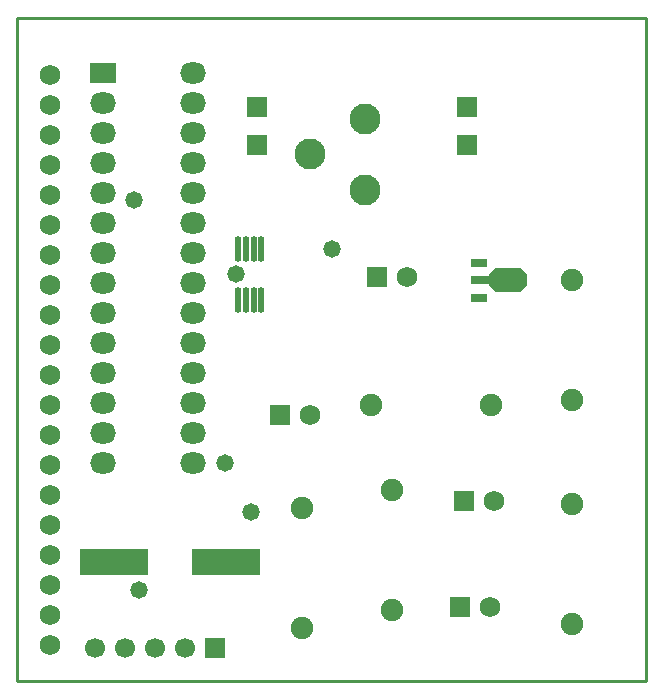
<source format=gts>
G04 Layer_Color=20142*
%FSLAX25Y25*%
%MOIN*%
G70*
G01*
G75*
%ADD16C,0.01000*%
%ADD21C,0.06693*%
%ADD30R,0.06706X0.06706*%
%ADD31O,0.02300X0.08674*%
%ADD32R,0.22847X0.09068*%
G04:AMPARAMS|DCode=33|XSize=78.87mil|YSize=126.11mil|CornerRadius=0mil|HoleSize=0mil|Usage=FLASHONLY|Rotation=90.000|XOffset=0mil|YOffset=0mil|HoleType=Round|Shape=Octagon|*
%AMOCTAGOND33*
4,1,8,-0.06306,-0.01972,-0.06306,0.01972,-0.04334,0.03943,0.04334,0.03943,0.06306,0.01972,0.06306,-0.01972,0.04334,-0.03943,-0.04334,-0.03943,-0.06306,-0.01972,0.0*
%
%ADD33OCTAGOND33*%

%ADD34R,0.05524X0.02769*%
%ADD35R,0.07099X0.02769*%
%ADD36C,0.10300*%
%ADD37O,0.08674X0.07099*%
%ADD38R,0.08674X0.07099*%
%ADD39C,0.07493*%
%ADD40R,0.06800X0.06800*%
%ADD41C,0.06800*%
%ADD42R,0.06693X0.06693*%
%ADD43C,0.05800*%
D16*
X100000Y100000D02*
Y321000D01*
Y100000D02*
X309500D01*
Y321000D01*
X100000D02*
X309500D01*
D21*
X156000Y111000D02*
D03*
X146000D02*
D03*
X136000D02*
D03*
X126000D02*
D03*
D30*
X180000Y291299D02*
D03*
Y278700D02*
D03*
X250000Y291299D02*
D03*
Y278700D02*
D03*
D31*
X181339Y243965D02*
D03*
X178780D02*
D03*
X176220D02*
D03*
X173661D02*
D03*
X181339Y227035D02*
D03*
X178780D02*
D03*
X176220D02*
D03*
X173661D02*
D03*
D32*
X169701Y139500D02*
D03*
X132299D02*
D03*
D33*
X263650Y233500D02*
D03*
D34*
X253807Y227594D02*
D03*
Y239406D02*
D03*
D35*
X254594Y233500D02*
D03*
D36*
X216000Y263689D02*
D03*
Y287311D02*
D03*
X197496Y275500D02*
D03*
D37*
X158500Y172500D02*
D03*
Y182500D02*
D03*
Y192500D02*
D03*
Y202500D02*
D03*
Y212500D02*
D03*
Y222500D02*
D03*
Y232500D02*
D03*
Y242500D02*
D03*
Y252500D02*
D03*
Y262500D02*
D03*
Y272500D02*
D03*
Y282500D02*
D03*
Y292500D02*
D03*
Y302500D02*
D03*
X128500Y172500D02*
D03*
Y182500D02*
D03*
Y192500D02*
D03*
Y202500D02*
D03*
Y212500D02*
D03*
Y222500D02*
D03*
Y232500D02*
D03*
Y242500D02*
D03*
Y252500D02*
D03*
Y262500D02*
D03*
Y272500D02*
D03*
Y282500D02*
D03*
Y292500D02*
D03*
D38*
Y302500D02*
D03*
D39*
X195000Y117500D02*
D03*
Y157500D02*
D03*
X285000Y193500D02*
D03*
Y233500D02*
D03*
X258000Y192000D02*
D03*
X218000D02*
D03*
X225000Y123500D02*
D03*
Y163500D02*
D03*
X285000Y119000D02*
D03*
Y159000D02*
D03*
D40*
X247500Y124500D02*
D03*
X249000Y160000D02*
D03*
X220000Y234500D02*
D03*
X187500Y188500D02*
D03*
D41*
X257500Y124500D02*
D03*
X259000Y160000D02*
D03*
X111000Y112000D02*
D03*
Y122000D02*
D03*
Y132000D02*
D03*
Y142000D02*
D03*
Y152000D02*
D03*
Y162000D02*
D03*
Y172000D02*
D03*
Y182000D02*
D03*
Y192000D02*
D03*
Y202000D02*
D03*
Y212000D02*
D03*
Y222000D02*
D03*
Y232000D02*
D03*
Y242000D02*
D03*
Y252000D02*
D03*
Y262000D02*
D03*
Y272000D02*
D03*
Y282000D02*
D03*
Y292000D02*
D03*
Y302000D02*
D03*
X230000Y234500D02*
D03*
X197500Y188500D02*
D03*
D42*
X166000Y111000D02*
D03*
D43*
X140500Y130200D02*
D03*
X169300Y172500D02*
D03*
X139000Y260300D02*
D03*
X178000Y156400D02*
D03*
X172800Y235500D02*
D03*
X204900Y243800D02*
D03*
M02*

</source>
